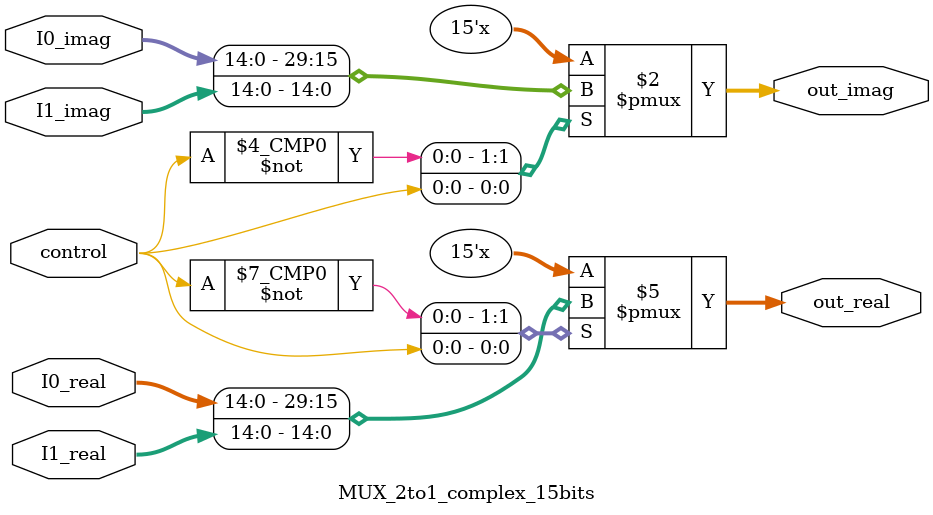
<source format=v>
`timescale 1ns / 1ps

module MUX_2to1_complex_15bits(I0_real, I0_imag, I1_real, I1_imag, control, out_real, out_imag);

parameter WL = 14;         // I/O = S3.11      15bit

input [WL:0] I0_real, I0_imag, I1_real, I1_imag;
input control;

output [WL:0] out_real, out_imag;

//  input
wire signed [WL:0] I0_real, I0_imag, I1_real, I1_imag;    
wire control;

// output
reg signed [WL:0] out_real, out_imag;                      

always@(*)
begin
    case(control)
        1'b0 :
        begin
            out_real = I0_real;
            out_imag = I0_imag;
        end

        1'b1 :
        begin
            out_real = I1_real;
            out_imag = I1_imag;
        end
    endcase
end

endmodule

</source>
